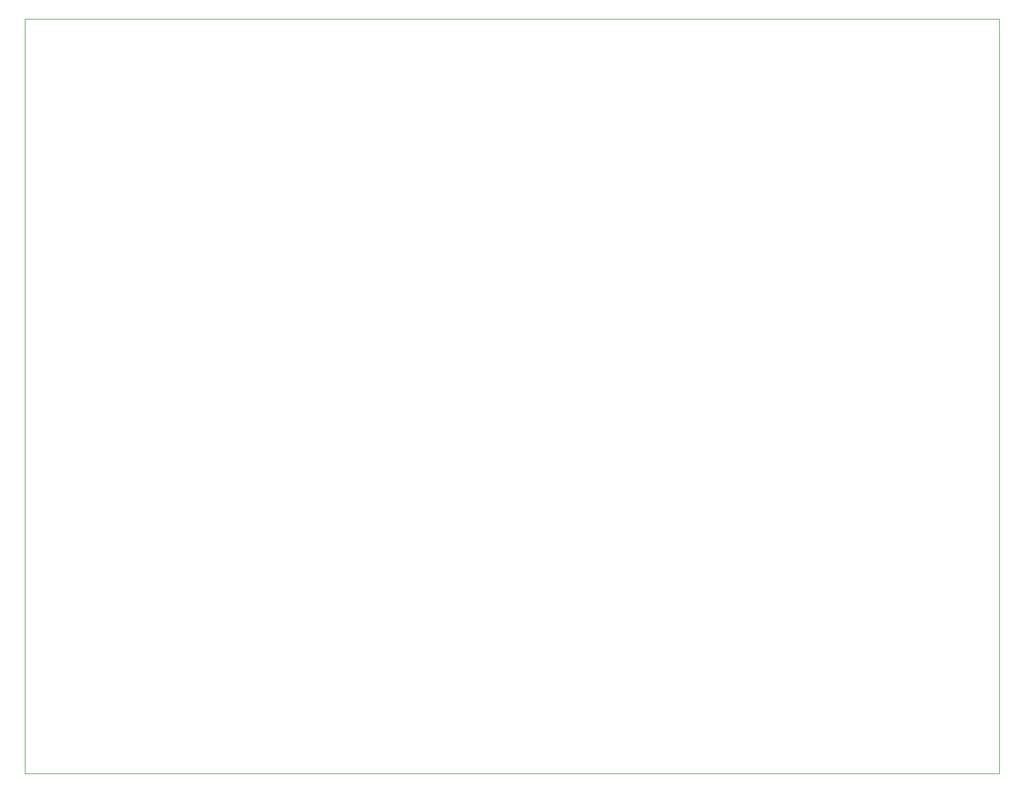
<source format=gm1>
%TF.GenerationSoftware,KiCad,Pcbnew,7.0.8*%
%TF.CreationDate,2024-02-25T18:23:33-05:00*%
%TF.ProjectId,lichen-freddie-board,6c696368-656e-42d6-9672-65646469652d,1.0*%
%TF.SameCoordinates,Original*%
%TF.FileFunction,Profile,NP*%
%FSLAX46Y46*%
G04 Gerber Fmt 4.6, Leading zero omitted, Abs format (unit mm)*
G04 Created by KiCad (PCBNEW 7.0.8) date 2024-02-25 18:23:33*
%MOMM*%
%LPD*%
G01*
G04 APERTURE LIST*
%TA.AperFunction,Profile*%
%ADD10C,0.100000*%
%TD*%
G04 APERTURE END LIST*
D10*
X101250000Y-110250000D02*
X240650000Y-110250000D01*
X240650000Y-218250000D01*
X101250000Y-218250000D01*
X101250000Y-110250000D01*
M02*

</source>
